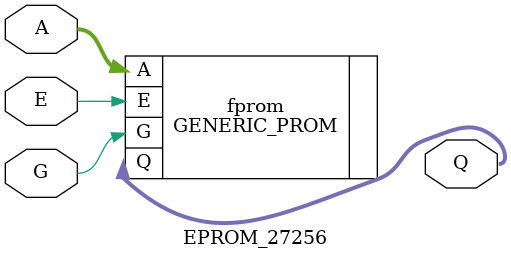
<source format=v>
`timescale 1ns / 1ps
module EPROM_27256
    #(
        parameter FILE_NAME = "",
        // timings (250ns - blank, -25) 
        parameter tAVQV = 250,
        parameter tAXQX = 0,
        parameter tELQV = 250,
        parameter tEHQZ = 0, //0:60:60,  // (using worst case for typical)
        parameter tGLQV = 100,
        parameter tGHQZ = 0 // 0:60:60  // (using worst case for typical)
    )
    (
        input wire E,
        input wire G,
        input wire [14:0] A,
        output wire [7:0] Q
    );
	
	GENERIC_PROM #(15, 8, FILE_NAME, tAVQV, tAXQX, tELQV, tEHQZ, tGLQV, tGHQZ) fprom(
		.E(E),
		.G(G),
		.A(A),
		.Q(Q)
	);
	
endmodule

</source>
